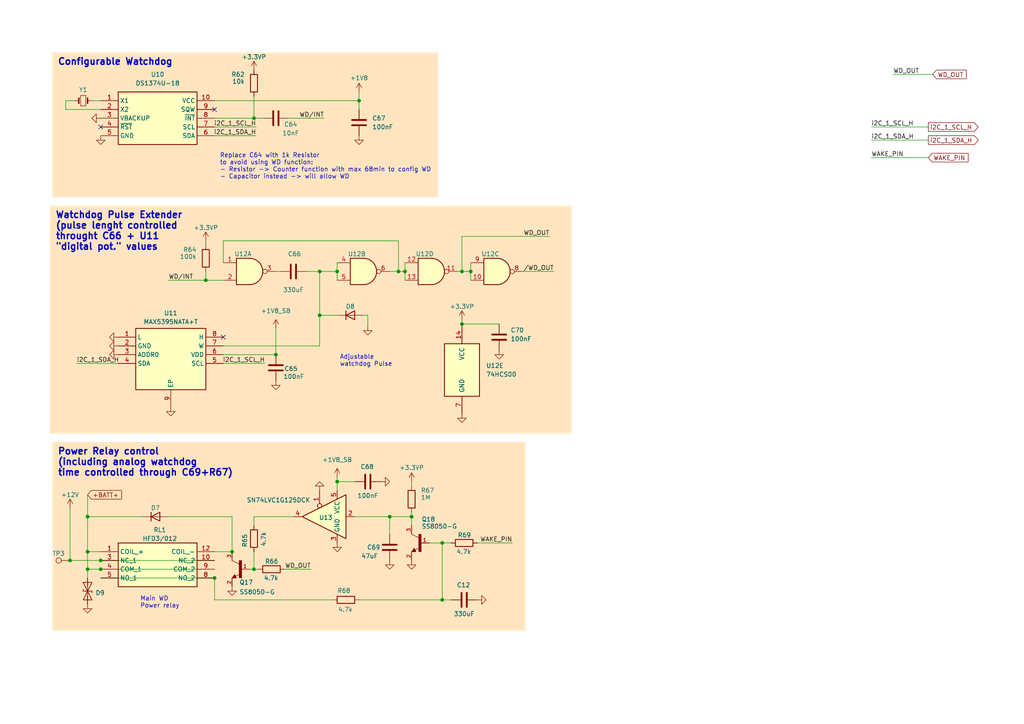
<source format=kicad_sch>
(kicad_sch (version 20231120) (generator "eeschema") (generator_version "8.0")
  (paper "A4")
  (lib_symbols
    (symbol "74xGxx:SN74LVC1G125DCK"
      (property "Reference" "U16" (at 15.24 6.3186 0))
      (property "Value" "SN74LVC1G125DCK" (at 15.24 3.7786 0))
      (symbol "SN74LVC1G125DCK_0_1"
        (polyline (pts (xy -7.62 6.35) (xy -7.62 -6.35) (xy 5.08 0) (xy -7.62 6.35)) (stroke (width 0.254)) (fill (type background)))
      )
      (symbol "SN74LVC1G125DCK_1_1"
        (pin input inverted (at 0 7.62 270) (length 5.08) (name "~") (number "1"))
        (pin input line (at -10.16 0 0) (length 2.54) (name "~") (number "2"))
        (pin power_in line (at -5.08 -7.62 90) (length 2.54) (name "GND") (number "3"))
        (pin tri_state line (at 7.62 0 180) (length 2.54) (name "~") (number "4"))
        (pin power_in line (at -5.08 7.62 270) (length 2.54) (name "VCC") (number "5"))
      )
    )
    (symbol "74xx:74HC00" (pin_names (offset 1.016))
      (property "Reference" "U" (at 0 1.27 0))
      (property "Value" "74HC00" (at 0 -1.27 0))
      (symbol "74HC00_1_1"
        (arc (start 0 -3.81) (mid 3.7934 0) (end 0 3.81) (stroke (width 0.254)) (fill (type background)))
        (polyline (pts (xy 0 3.81) (xy -3.81 3.81) (xy -3.81 -3.81) (xy 0 -3.81)) (stroke (width 0.254)) (fill (type background)))
        (pin input line (at -7.62 2.54 0) (length 3.81) (name "~") (number "1"))
        (pin input line (at -7.62 -2.54 0) (length 3.81) (name "~") (number "2"))
        (pin output inverted (at 7.62 0 180) (length 3.81) (name "~") (number "3"))
      )
      (symbol "74HC00_1_2"
        (arc (start -3.81 -3.81) (mid -2.589 0) (end -3.81 3.81) (stroke (width 0.254)))
        (arc (start -0.6096 -3.81) (mid 2.1842 -2.5851) (end 3.81 0) (stroke (width 0.254)) (fill (type background)))
        (polyline (pts (xy -3.81 -3.81) (xy -0.635 -3.81)) (stroke (width 0.254)) (fill (type background)))
        (polyline (pts (xy -3.81 3.81) (xy -0.635 3.81)) (stroke (width 0.254)) (fill (type background)))
        (polyline (pts (xy -0.635 3.81) (xy -3.81 3.81) (xy -3.81 3.81) (xy -3.556 3.4036) (xy -3.0226 2.2606) (xy -2.6924 1.0414) (xy -2.6162 -0.254) (xy -2.7686 -1.4986) (xy -3.175 -2.7178) (xy -3.81 -3.81) (xy -3.81 -3.81) (xy -0.635 -3.81)) (stroke (width -25.4)) (fill (type background)))
        (arc (start 3.81 0) (mid 2.1915 2.5936) (end -0.6096 3.81) (stroke (width 0.254)) (fill (type background)))
        (pin input inverted (at -7.62 2.54 0) (length 4.318) (name "~") (number "1"))
        (pin input inverted (at -7.62 -2.54 0) (length 4.318) (name "~") (number "2"))
        (pin output line (at 7.62 0 180) (length 3.81) (name "~") (number "3"))
      )
      (symbol "74HC00_2_1"
        (arc (start 0 -3.81) (mid 3.7934 0) (end 0 3.81) (stroke (width 0.254)) (fill (type background)))
        (polyline (pts (xy 0 3.81) (xy -3.81 3.81) (xy -3.81 -3.81) (xy 0 -3.81)) (stroke (width 0.254)) (fill (type background)))
        (pin input line (at -7.62 2.54 0) (length 3.81) (name "~") (number "4"))
        (pin input line (at -7.62 -2.54 0) (length 3.81) (name "~") (number "5"))
        (pin output inverted (at 7.62 0 180) (length 3.81) (name "~") (number "6"))
      )
      (symbol "74HC00_2_2"
        (arc (start -3.81 -3.81) (mid -2.589 0) (end -3.81 3.81) (stroke (width 0.254)))
        (arc (start -0.6096 -3.81) (mid 2.1842 -2.5851) (end 3.81 0) (stroke (width 0.254)) (fill (type background)))
        (polyline (pts (xy -3.81 -3.81) (xy -0.635 -3.81)) (stroke (width 0.254)) (fill (type background)))
        (polyline (pts (xy -3.81 3.81) (xy -0.635 3.81)) (stroke (width 0.254)) (fill (type background)))
        (polyline (pts (xy -0.635 3.81) (xy -3.81 3.81) (xy -3.81 3.81) (xy -3.556 3.4036) (xy -3.0226 2.2606) (xy -2.6924 1.0414) (xy -2.6162 -0.254) (xy -2.7686 -1.4986) (xy -3.175 -2.7178) (xy -3.81 -3.81) (xy -3.81 -3.81) (xy -0.635 -3.81)) (stroke (width -25.4)) (fill (type background)))
        (arc (start 3.81 0) (mid 2.1915 2.5936) (end -0.6096 3.81) (stroke (width 0.254)) (fill (type background)))
        (pin input inverted (at -7.62 2.54 0) (length 4.318) (name "~") (number "4"))
        (pin input inverted (at -7.62 -2.54 0) (length 4.318) (name "~") (number "5"))
        (pin output line (at 7.62 0 180) (length 3.81) (name "~") (number "6"))
      )
      (symbol "74HC00_3_1"
        (arc (start 0 -3.81) (mid 3.7934 0) (end 0 3.81) (stroke (width 0.254)) (fill (type background)))
        (polyline (pts (xy 0 3.81) (xy -3.81 3.81) (xy -3.81 -3.81) (xy 0 -3.81)) (stroke (width 0.254)) (fill (type background)))
        (pin input line (at -7.62 -2.54 0) (length 3.81) (name "~") (number "10"))
        (pin output inverted (at 7.62 0 180) (length 3.81) (name "~") (number "8"))
        (pin input line (at -7.62 2.54 0) (length 3.81) (name "~") (number "9"))
      )
      (symbol "74HC00_3_2"
        (arc (start -3.81 -3.81) (mid -2.589 0) (end -3.81 3.81) (stroke (width 0.254)))
        (arc (start -0.6096 -3.81) (mid 2.1842 -2.5851) (end 3.81 0) (stroke (width 0.254)) (fill (type background)))
        (polyline (pts (xy -3.81 -3.81) (xy -0.635 -3.81)) (stroke (width 0.254)) (fill (type background)))
        (polyline (pts (xy -3.81 3.81) (xy -0.635 3.81)) (stroke (width 0.254)) (fill (type background)))
        (polyline (pts (xy -0.635 3.81) (xy -3.81 3.81) (xy -3.81 3.81) (xy -3.556 3.4036) (xy -3.0226 2.2606) (xy -2.6924 1.0414) (xy -2.6162 -0.254) (xy -2.7686 -1.4986) (xy -3.175 -2.7178) (xy -3.81 -3.81) (xy -3.81 -3.81) (xy -0.635 -3.81)) (stroke (width -25.4)) (fill (type background)))
        (arc (start 3.81 0) (mid 2.1915 2.5936) (end -0.6096 3.81) (stroke (width 0.254)) (fill (type background)))
        (pin input inverted (at -7.62 -2.54 0) (length 4.318) (name "~") (number "10"))
        (pin output line (at 7.62 0 180) (length 3.81) (name "~") (number "8"))
        (pin input inverted (at -7.62 2.54 0) (length 4.318) (name "~") (number "9"))
      )
      (symbol "74HC00_4_1"
        (arc (start 0 -3.81) (mid 3.7934 0) (end 0 3.81) (stroke (width 0.254)) (fill (type background)))
        (polyline (pts (xy 0 3.81) (xy -3.81 3.81) (xy -3.81 -3.81) (xy 0 -3.81)) (stroke (width 0.254)) (fill (type background)))
        (pin output inverted (at 7.62 0 180) (length 3.81) (name "~") (number "11"))
        (pin input line (at -7.62 2.54 0) (length 3.81) (name "~") (number "12"))
        (pin input line (at -7.62 -2.54 0) (length 3.81) (name "~") (number "13"))
      )
      (symbol "74HC00_4_2"
        (arc (start -3.81 -3.81) (mid -2.589 0) (end -3.81 3.81) (stroke (width 0.254)))
        (arc (start -0.6096 -3.81) (mid 2.1842 -2.5851) (end 3.81 0) (stroke (width 0.254)) (fill (type background)))
        (polyline (pts (xy -3.81 -3.81) (xy -0.635 -3.81)) (stroke (width 0.254)) (fill (type background)))
        (polyline (pts (xy -3.81 3.81) (xy -0.635 3.81)) (stroke (width 0.254)) (fill (type background)))
        (polyline (pts (xy -0.635 3.81) (xy -3.81 3.81) (xy -3.81 3.81) (xy -3.556 3.4036) (xy -3.0226 2.2606) (xy -2.6924 1.0414) (xy -2.6162 -0.254) (xy -2.7686 -1.4986) (xy -3.175 -2.7178) (xy -3.81 -3.81) (xy -3.81 -3.81) (xy -0.635 -3.81)) (stroke (width -25.4)) (fill (type background)))
        (arc (start 3.81 0) (mid 2.1915 2.5936) (end -0.6096 3.81) (stroke (width 0.254)) (fill (type background)))
        (pin output line (at 7.62 0 180) (length 3.81) (name "~") (number "11"))
        (pin input inverted (at -7.62 2.54 0) (length 4.318) (name "~") (number "12"))
        (pin input inverted (at -7.62 -2.54 0) (length 4.318) (name "~") (number "13"))
      )
      (symbol "74HC00_5_0"
        (pin power_in line (at 0 12.7 270) (length 5.08) (name "VCC") (number "14"))
        (pin power_in line (at 0 -12.7 90) (length 5.08) (name "GND") (number "7"))
      )
      (symbol "74HC00_5_1"
        (rectangle (start -5.08 7.62) (end 5.08 -7.62) (stroke (width 0.254)) (fill (type background)))
      )
    )
    (symbol "Connector:TestPoint" (pin_numbers hide) (pin_names (offset 0.762) hide)
      (property "Reference" "TP" (at 0 6.858 0))
      (property "Value" "TestPoint" (at 0 5.08 0))
      (symbol "TestPoint_0_1"
        (circle (center 0 3.302) (radius 0.762))
      )
      (symbol "TestPoint_1_1"
        (pin passive line (at 0 0 90) (length 2.54) (name "1") (number "1"))
      )
    )
    (symbol "DS1374U:DS1374U-3+"
      (property "Reference" "IC" (at 29.21 7.62 0))
      (property "Value" "DS1374U-3+" (at 29.21 5.08 0))
      (symbol "DS1374U-3+_1_1"
        (rectangle (start 5.08 2.54) (end 27.94 -12.7) (stroke (width 0.254)) (fill (type background)))
        (pin passive line (at 0 0 0) (length 5.08) (name "X1") (number "1"))
        (pin passive line (at 33.02 0 180) (length 5.08) (name "VCC") (number "10"))
        (pin passive line (at 0 -2.54 0) (length 5.08) (name "X2") (number "2"))
        (pin passive line (at 0 -5.08 0) (length 5.08) (name "VBACKUP") (number "3"))
        (pin passive line (at 0 -7.62 0) (length 5.08) (name "~{RST}") (number "4"))
        (pin passive line (at 0 -10.16 0) (length 5.08) (name "GND") (number "5"))
        (pin passive line (at 33.02 -10.16 180) (length 5.08) (name "SDA") (number "6"))
        (pin passive line (at 33.02 -7.62 180) (length 5.08) (name "SCL") (number "7"))
        (pin passive line (at 33.02 -5.08 180) (length 5.08) (name "~{INT}") (number "8"))
        (pin passive line (at 33.02 -2.54 180) (length 5.08) (name "SQW") (number "9"))
      )
    )
    (symbol "Device:C" (pin_numbers hide) (pin_names (offset 0.254))
      (property "Reference" "C" (at 0.635 2.54 0))
      (property "Value" "C" (at 0.635 -2.54 0))
      (symbol "C_0_1"
        (polyline (pts (xy -2.032 -0.762) (xy 2.032 -0.762)) (stroke (width 0.508)))
        (polyline (pts (xy -2.032 0.762) (xy 2.032 0.762)) (stroke (width 0.508)))
      )
      (symbol "C_1_1"
        (pin passive line (at 0 3.81 270) (length 2.794) (name "~") (number "1"))
        (pin passive line (at 0 -3.81 90) (length 2.794) (name "~") (number "2"))
      )
    )
    (symbol "Device:Crystal_Small" (pin_numbers hide) (pin_names (offset 1.016) hide)
      (property "Reference" "Y" (at 0 2.54 0))
      (property "Value" "Crystal_Small" (at 0 -2.54 0))
      (symbol "Crystal_Small_0_1"
        (rectangle (start -0.762 -1.524) (end 0.762 1.524))
        (polyline (pts (xy -1.27 -0.762) (xy -1.27 0.762)) (stroke (width 0.381)))
        (polyline (pts (xy 1.27 -0.762) (xy 1.27 0.762)) (stroke (width 0.381)))
      )
      (symbol "Crystal_Small_1_1"
        (pin passive line (at -2.54 0 0) (length 1.27) (name "1") (number "1"))
        (pin passive line (at 2.54 0 180) (length 1.27) (name "2") (number "2"))
      )
    )
    (symbol "Device:D" (pin_numbers hide) (pin_names (offset 1.016) hide)
      (property "Reference" "D" (at 0 2.54 0))
      (property "Value" "D" (at 0 -2.54 0))
      (symbol "D_0_1"
        (polyline (pts (xy -1.27 1.27) (xy -1.27 -1.27)) (stroke (width 0.254)))
        (polyline (pts (xy 1.27 0) (xy -1.27 0)))
        (polyline (pts (xy 1.27 1.27) (xy 1.27 -1.27) (xy -1.27 0) (xy 1.27 1.27)) (stroke (width 0.254)))
      )
      (symbol "D_1_1"
        (pin passive line (at -3.81 0 0) (length 2.54) (name "K") (number "1"))
        (pin passive line (at 3.81 0 180) (length 2.54) (name "A") (number "2"))
      )
    )
    (symbol "Device:R" (pin_numbers hide) (pin_names (offset 0))
      (property "Reference" "R" (at 2.032 0 90))
      (property "Value" "R" (at 0 0 90))
      (symbol "R_0_1"
        (rectangle (start -1.016 -2.54) (end 1.016 2.54) (stroke (width 0.254)))
      )
      (symbol "R_1_1"
        (pin passive line (at 0 3.81 270) (length 1.27) (name "~") (number "1"))
        (pin passive line (at 0 -3.81 90) (length 1.27) (name "~") (number "2"))
      )
    )
    (symbol "Diode:SMAJ28CA" (pin_numbers hide) (pin_names (offset 1.016) hide)
      (property "Reference" "D" (at 0 2.54 0))
      (property "Value" "SMAJ28CA" (at 0 -2.54 0))
      (symbol "SMAJ28CA_0_1"
        (polyline (pts (xy 1.27 0) (xy -1.27 0)))
        (polyline (pts (xy -2.54 -1.27) (xy 0 0) (xy -2.54 1.27) (xy -2.54 -1.27)) (stroke (width 0.2032)))
        (polyline (pts (xy 0.508 1.27) (xy 0 1.27) (xy 0 -1.27) (xy -0.508 -1.27)) (stroke (width 0.2032)))
        (polyline (pts (xy 2.54 1.27) (xy 2.54 -1.27) (xy 0 0) (xy 2.54 1.27)) (stroke (width 0.2032)))
      )
      (symbol "SMAJ28CA_1_1"
        (pin passive line (at -3.81 0 0) (length 2.54) (name "A1") (number "1"))
        (pin passive line (at 3.81 0 180) (length 2.54) (name "A2") (number "2"))
      )
    )
    (symbol "MAX5395:MAX5395NATA+T"
      (property "Reference" "IC" (at 26.67 7.62 0))
      (property "Value" "MAX5395NATA+T" (at 26.67 5.08 0))
      (symbol "MAX5395NATA+T_1_1"
        (rectangle (start 5.08 2.54) (end 25.4 -15.24) (stroke (width 0.254)) (fill (type background)))
        (pin passive line (at 0 0 0) (length 5.08) (name "L") (number "1"))
        (pin passive line (at 0 -2.54 0) (length 5.08) (name "GND") (number "2"))
        (pin passive line (at 0 -5.08 0) (length 5.08) (name "ADDR0") (number "3"))
        (pin passive line (at 0 -7.62 0) (length 5.08) (name "SDA") (number "4"))
        (pin passive line (at 30.48 -7.62 180) (length 5.08) (name "SCL") (number "5"))
        (pin passive line (at 30.48 -5.08 180) (length 5.08) (name "VDD") (number "6"))
        (pin passive line (at 30.48 -2.54 180) (length 5.08) (name "W") (number "7"))
        (pin passive line (at 30.48 0 180) (length 5.08) (name "H") (number "8"))
        (pin passive line (at 15.24 -20.32 90) (length 5.08) (name "EP") (number "9"))
      )
    )
    (symbol "SS8050-G:SS8050-G" (pin_names (offset 1.016))
      (property "Reference" "Q" (at -10.16 7.62 0))
      (property "Value" "SS8050-G" (at -10.16 -7.62 0))
      (symbol "SS8050-G_0_0"
        (rectangle (start -0.254 -2.54) (end 0.508 2.54) (stroke (width 0.1)) (fill (type outline)))
        (polyline (pts (xy 1.27 -2.54) (xy 1.778 -1.524)) (stroke (width 0.1524)))
        (polyline (pts (xy 1.524 -2.413) (xy 2.286 -2.413)) (stroke (width 0.254)))
        (polyline (pts (xy 1.524 -2.286) (xy 1.905 -2.286)) (stroke (width 0.254)))
        (polyline (pts (xy 1.54 -2.04) (xy 0.308 -1.424)) (stroke (width 0.1524)))
        (polyline (pts (xy 1.778 -1.778) (xy 1.524 -2.286)) (stroke (width 0.254)))
        (polyline (pts (xy 1.778 -1.524) (xy 2.54 -2.54)) (stroke (width 0.1524)))
        (polyline (pts (xy 1.905 -2.286) (xy 1.778 -2.032)) (stroke (width 0.254)))
        (polyline (pts (xy 2.286 -2.413) (xy 1.778 -1.778)) (stroke (width 0.254)))
        (polyline (pts (xy 2.54 -2.54) (xy 1.27 -2.54)) (stroke (width 0.1524)))
        (polyline (pts (xy 2.54 2.54) (xy 0.508 1.524)) (stroke (width 0.1524)))
        (pin passive line (at -2.54 0 0) (length 2.54) (name "~") (number "1"))
        (pin passive line (at 2.54 -5.08 90) (length 2.54) (name "~") (number "2"))
        (pin passive line (at 2.54 5.08 270) (length 2.54) (name "~") (number "3"))
      )
    )
    (symbol "TX2SA-12V:TX2SA-12V"
      (property "Value" "TX2SA-12V" (at 0 0 0))
      (property "Reference_1" "K" (at 29.21 7.62 0))
      (property "Value_1" "TX2SA-12V" (at 29.21 5.08 0))
      (symbol "TX2SA-12V_1_1"
        (rectangle (start 5.08 2.54) (end 27.94 -10.16) (stroke (width 0.254)) (fill (type background)))
        (pin passive line (at 0 0 0) (length 5.08) (name "COIL_+") (number "1"))
        (pin passive line (at 33.02 -2.54 180) (length 5.08) (name "NC_2") (number "10"))
        (pin passive line (at 33.02 0 180) (length 5.08) (name "COIL_-") (number "12"))
        (pin passive line (at 0 -2.54 0) (length 5.08) (name "NC_1") (number "3"))
        (pin passive line (at 0 -5.08 0) (length 5.08) (name "COM_1") (number "4"))
        (pin passive line (at 0 -7.62 0) (length 5.08) (name "NO_1") (number "5"))
        (pin passive line (at 33.02 -7.62 180) (length 5.08) (name "NO_2") (number "8"))
        (pin passive line (at 33.02 -5.08 180) (length 5.08) (name "COM_2") (number "9"))
      )
    )
    (symbol "power:+12V" (power) (pin_names (offset 0))
      (property "Value" "+12V" (at 0 3.556 0))
      (symbol "+12V_0_1"
        (polyline (pts (xy -0.762 1.27) (xy 0 2.54)))
        (polyline (pts (xy 0 0) (xy 0 2.54)))
        (polyline (pts (xy 0 2.54) (xy 0.762 1.27)))
      )
      (symbol "+12V_1_1"
        (pin power_in line (at 0 0 90) (length 0) hide (name "+12V") (number "1"))
      )
    )
    (symbol "power:+1V5" (power) (pin_numbers hide) (pin_names (offset 0) hide)
      (property "Value" "+1V5" (at 0 3.556 0))
      (symbol "+1V5_0_1"
        (polyline (pts (xy -0.762 1.27) (xy 0 2.54)))
        (polyline (pts (xy 0 0) (xy 0 2.54)))
        (polyline (pts (xy 0 2.54) (xy 0.762 1.27)))
      )
      (symbol "+1V5_1_1"
        (pin power_in line (at 0 0 90) (length 0) (name "~") (number "1"))
      )
    )
    (symbol "power:+1V8" (power) (pin_names (offset 0))
      (property "Value" "+1V8" (at 0 3.556 0))
      (symbol "+1V8_0_1"
        (polyline (pts (xy -0.762 1.27) (xy 0 2.54)))
        (polyline (pts (xy 0 0) (xy 0 2.54)))
        (polyline (pts (xy 0 2.54) (xy 0.762 1.27)))
      )
      (symbol "+1V8_1_1"
        (pin power_in line (at 0 0 90) (length 0) hide (name "+1V8") (number "1"))
      )
    )
    (symbol "power:+3.3VP" (power) (pin_names (offset 0))
      (property "Value" "+3.3VP" (at 0 2.54 0))
      (symbol "+3.3VP_0_0"
        (pin power_in line (at 0 0 90) (length 0) hide (name "+3.3VP") (number "1"))
      )
      (symbol "+3.3VP_0_1"
        (polyline (pts (xy -0.762 1.27) (xy 0 2.54)))
        (polyline (pts (xy 0 0) (xy 0 2.54)))
        (polyline (pts (xy 0 2.54) (xy 0.762 1.27)))
      )
    )
    (symbol "power:GND" (power) (pin_names (offset 0))
      (property "Value" "GND" (at 0 -3.81 0))
      (symbol "GND_0_1"
        (polyline (pts (xy 0 0) (xy 0 -1.27) (xy 1.27 -1.27) (xy 0 -2.54) (xy -1.27 -1.27) (xy 0 -1.27)))
      )
      (symbol "GND_1_1"
        (pin power_in line (at 0 0 270) (length 0) hide (name "GND") (number "1"))
      )
    )
  )
  (junction (at 25.4 165.1))
  (junction (at 25.4 149.86))
  (junction (at 128.27 173.99))
  (junction (at 136.525 78.74))
  (junction (at 117.475 78.74))
  (junction (at 29.21 162.56))
  (junction (at 92.71 78.74))
  (junction (at 115.57 78.74))
  (junction (at 97.79 78.74))
  (junction (at 29.21 165.1))
  (junction (at 133.985 93.98))
  (junction (at 113.03 149.86))
  (junction (at 62.23 167.64))
  (junction (at 128.27 157.48))
  (junction (at 73.66 34.29))
  (junction (at 119.38 149.86))
  (junction (at 97.79 139.7))
  (junction (at 20.32 162.56))
  (junction (at 25.4 160.02))
  (junction (at 133.985 78.74))
  (junction (at 104.14 29.21))
  (junction (at 59.69 81.28))
  (junction (at 92.71 91.44))
  (junction (at 67.31 160.02))
  (junction (at 80.01 102.87))
  (junction (at 73.66 165.1))
  (no_connect (at 29.21 36.83))
  (no_connect (at 62.23 31.75))
  (no_connect (at 64.77 97.79))
  (wire (pts (xy 73.66 165.1) (xy 72.39 165.1)))
  (wire (pts (xy 59.69 81.28) (xy 64.77 81.28)))
  (wire (pts (xy 115.57 69.85) (xy 64.77 69.85)))
  (wire (pts (xy 117.475 76.2) (xy 117.475 78.74)))
  (wire (pts (xy 67.31 149.86) (xy 67.31 160.02)))
  (wire (pts (xy 97.79 138.43) (xy 97.79 139.7)))
  (wire (pts (xy 92.71 78.74) (xy 97.79 78.74)))
  (wire (pts (xy 62.23 160.02) (xy 67.31 160.02)))
  (wire (pts (xy 73.66 34.29) (xy 76.2 34.29)))
  (wire (pts (xy 151.765 78.74) (xy 160.655 78.74)))
  (wire (pts (xy 104.14 26.67) (xy 104.14 29.21)))
  (wire (pts (xy 25.4 160.02) (xy 25.4 165.1)))
  (wire (pts (xy 73.66 160.02) (xy 73.66 165.1)))
  (wire (pts (xy 105.41 91.44) (xy 106.68 91.44)))
  (wire (pts (xy 133.985 93.98) (xy 133.985 94.615)))
  (wire (pts (xy 62.23 29.21) (xy 104.14 29.21)))
  (wire (pts (xy 74.93 165.1) (xy 73.66 165.1)))
  (wire (pts (xy 104.14 173.99) (xy 128.27 173.99)))
  (wire (pts (xy 138.43 157.48) (xy 148.59 157.48)))
  (wire (pts (xy 20.32 147.32) (xy 20.32 162.56)))
  (wire (pts (xy 124.46 157.48) (xy 128.27 157.48)))
  (wire (pts (xy 128.27 157.48) (xy 128.27 173.99)))
  (wire (pts (xy 73.66 149.86) (xy 85.09 149.86)))
  (wire (pts (xy 104.14 29.21) (xy 104.14 31.75)))
  (wire (pts (xy 136.525 76.2) (xy 136.525 78.74)))
  (wire (pts (xy 269.24 45.72) (xy 252.73 45.72)))
  (wire (pts (xy 136.525 78.74) (xy 133.985 78.74)))
  (wire (pts (xy 92.71 78.74) (xy 92.71 91.44)))
  (wire (pts (xy 133.985 78.74) (xy 132.715 78.74)))
  (wire (pts (xy 252.73 36.83) (xy 269.24 36.83)))
  (wire (pts (xy 115.57 78.74) (xy 117.475 78.74)))
  (wire (pts (xy 64.77 102.87) (xy 80.01 102.87)))
  (wire (pts (xy 73.66 27.94) (xy 73.66 34.29)))
  (wire (pts (xy 119.38 149.86) (xy 119.38 152.4)))
  (wire (pts (xy 26.67 29.21) (xy 29.21 29.21)))
  (wire (pts (xy 92.71 91.44) (xy 92.71 100.33)))
  (wire (pts (xy 102.87 149.86) (xy 113.03 149.86)))
  (wire (pts (xy 82.55 165.1) (xy 90.17 165.1)))
  (wire (pts (xy 136.525 78.74) (xy 136.525 81.28)))
  (wire (pts (xy 19.05 29.21) (xy 21.59 29.21)))
  (wire (pts (xy 119.38 148.59) (xy 119.38 149.86)))
  (wire (pts (xy 34.29 105.41) (xy 22.225 105.41)))
  (wire (pts (xy 73.66 149.86) (xy 73.66 152.4)))
  (wire (pts (xy 117.475 78.74) (xy 117.475 81.28)))
  (wire (pts (xy 25.4 149.86) (xy 25.4 160.02)))
  (wire (pts (xy 128.27 157.48) (xy 130.81 157.48)))
  (wire (pts (xy 29.21 165.1) (xy 62.23 165.1)))
  (wire (pts (xy 25.4 165.1) (xy 25.4 167.64)))
  (wire (pts (xy 62.23 34.29) (xy 73.66 34.29)))
  (wire (pts (xy 119.38 149.86) (xy 113.03 149.86)))
  (wire (pts (xy 29.21 165.1) (xy 25.4 165.1)))
  (wire (pts (xy 80.01 78.74) (xy 81.28 78.74)))
  (wire (pts (xy 270.51 21.59) (xy 259.08 21.59)))
  (wire (pts (xy 64.77 69.85) (xy 64.77 76.2)))
  (wire (pts (xy 119.38 139.7) (xy 119.38 140.97)))
  (wire (pts (xy 97.79 139.7) (xy 102.87 139.7)))
  (wire (pts (xy 92.71 91.44) (xy 97.79 91.44)))
  (wire (pts (xy 106.68 91.44) (xy 106.68 94.615)))
  (wire (pts (xy 97.79 78.74) (xy 97.79 76.2)))
  (wire (pts (xy 48.895 81.28) (xy 59.69 81.28)))
  (wire (pts (xy 97.79 139.7) (xy 97.79 142.24)))
  (wire (pts (xy 25.4 160.02) (xy 29.21 160.02)))
  (wire (pts (xy 29.21 162.56) (xy 62.23 162.56)))
  (wire (pts (xy 133.985 68.58) (xy 133.985 78.74)))
  (wire (pts (xy 113.03 149.86) (xy 113.03 154.94)))
  (wire (pts (xy 29.21 167.64) (xy 62.23 167.64)))
  (wire (pts (xy 59.69 71.12) (xy 59.69 69.85)))
  (wire (pts (xy 64.77 105.41) (xy 76.835 105.41)))
  (wire (pts (xy 128.27 173.99) (xy 130.81 173.99)))
  (wire (pts (xy 48.895 149.86) (xy 67.31 149.86)))
  (wire (pts (xy 83.82 34.29) (xy 93.98 34.29)))
  (wire (pts (xy 144.78 93.98) (xy 133.985 93.98)))
  (wire (pts (xy 64.77 100.33) (xy 92.71 100.33)))
  (wire (pts (xy 19.05 29.21) (xy 19.05 31.75)))
  (wire (pts (xy 25.4 143.51) (xy 25.4 149.86)))
  (wire (pts (xy 62.23 167.64) (xy 62.23 173.99)))
  (wire (pts (xy 62.23 173.99) (xy 96.52 173.99)))
  (wire (pts (xy 62.23 39.37) (xy 74.295 39.37)))
  (wire (pts (xy 19.05 31.75) (xy 29.21 31.75)))
  (wire (pts (xy 115.57 78.74) (xy 115.57 69.85)))
  (wire (pts (xy 20.32 162.56) (xy 29.21 162.56)))
  (wire (pts (xy 62.23 36.83) (xy 74.295 36.83)))
  (wire (pts (xy 97.79 78.74) (xy 97.79 81.28)))
  (wire (pts (xy 25.4 149.86) (xy 41.275 149.86)))
  (wire (pts (xy 252.73 40.64) (xy 269.24 40.64)))
  (wire (pts (xy 113.03 78.74) (xy 115.57 78.74)))
  (wire (pts (xy 80.01 95.25) (xy 80.01 102.87)))
  (wire (pts (xy 133.985 92.71) (xy 133.985 93.98)))
  (wire (pts (xy 159.385 68.58) (xy 133.985 68.58)))
  (wire (pts (xy 59.69 78.74) (xy 59.69 81.28)))
  (wire (pts (xy 88.9 78.74) (xy 92.71 78.74)))
  (text_box "Watchdog Pulse Extender\n(pulse lenght controlled\nthrought C66 + U11\n\"digital pot.\" values" (at 14.605 59.69 0) (size 151.13 66.04) (stroke (width 0) (color 255 229 191 1)) (fill (type color) (color 255 229 191 1)) (effects (font (size 1.905 1.905) (thickness 0.381) (bold yes)) (justify left top)))
  (text_box "Power Relay control\n(including analog watchdog\ntime controlled through C69+R67)" (at 15.24 128.27 0) (size 137.16 54.61) (stroke (width 0) (color 255 229 191 1)) (fill (type color) (color 255 229 191 1)) (effects (font (size 1.905 1.905) (thickness 0.381) (bold yes)) (justify left top)))
  (text_box "Configurable Watchdog" (at 15.24 15.24 0) (size 111.76 41.91) (stroke (width 0) (color 255 229 191 1)) (fill (type color) (color 255 229 191 1)) (effects (font (size 1.905 1.905) (thickness 0.381) (bold yes)) (justify left top)))
  (text "Main WD\nPower relay" (at 40.64 176.53 0) (effects (font (size 1.27 1.27)) (justify left bottom)))
  (text "Adjustable\nwatchdog Pulse" (at 98.552 106.426 0) (effects (font (size 1.27 1.27)) (justify left bottom)))
  (text "Replace C64 with 1k Resistor\nto avoid using WD function:\n- Resistor -> Counter function with max 68min to config WD\n- Capacitor instead -> will allow WD" (at 63.754 48.26 0) (effects (font (size 1.27 1.27)) (justify left)))
  (label "i2C_1_SCL_H" (at 252.73 36.83 0))
  (label "{slash}WD_OUT" (at 160.655 78.74 180))
  (label "WD_OUT" (at 259.08 21.59 0))
  (label "WAKE_PIN" (at 148.59 157.48 180))
  (label "i2C_1_SDA_H" (at 74.295 39.37 180))
  (label "WD{slash}INT" (at 93.98 34.29 180))
  (label "WD_OUT" (at 159.385 68.58 180))
  (label "WD_OUT" (at 90.17 165.1 180))
  (label "i2C_1_SDA_H" (at 252.73 40.64 0))
  (label "WAKE_PIN" (at 252.73 45.72 0))
  (label "i2C_1_SCL_H" (at 74.295 36.83 180))
  (label "WD{slash}INT" (at 48.895 81.28 0))
  (label "i2C_1_SCL_H" (at 76.835 105.41 180))
  (label "i2C_1_SDA_H" (at 22.225 105.41 0))
  (global_label "WAKE_PIN" (shape input) (at 269.24 45.72 0) (property "Intersheetrefs" "${INTERSHEET_REFS}" (effects (hide yes))))
  (global_label "WD_OUT" (shape input) (at 270.51 21.59 0) (property "Intersheetrefs" "${INTERSHEET_REFS}" (effects (hide yes))))
  (global_label "+BATT+" (shape input) (at 25.4 143.51 0) (property "Intersheetrefs" "${INTERSHEET_REFS}" (effects (hide yes))))
  (global_label "i2C_1_SCL_H" (shape output) (at 269.24 36.83 0) (property "Intersheetrefs" "${INTERSHEET_REFS}" (effects (hide yes))))
  (global_label "i2C_1_SDA_H" (shape output) (at 269.24 40.64 0) (property "Intersheetrefs" "${INTERSHEET_REFS}" (effects (hide yes))))
  (symbol (lib_id "Diode:SMAJ28CA") (at 25.4 171.45 90) (unit 1)
    (property "Reference" "D9" (at 27.686 171.958 90) (effects (justify right)))
    (property "Value" "SMAJ14CA" (effects (hide yes)))
    (property "Footprint" "Diode_SMD:D_SMA" (effects (hide yes)))
  )
  (symbol (lib_id "Device:C") (at 134.62 173.99 90) (unit 1)
    (property "Reference" "C12" (at 136.398 169.672 90) (effects (justify left)))
    (property "Value" "330uF" (at 137.668 178.054 90) (effects (justify left)))
    (property "Footprint" "Capacitor_SMD:C_1210_3225Metric" (effects (hide yes)))
  )
  (symbol (lib_id "Device:R") (at 119.38 144.78 0) (mirror x) (unit 1)
    (property "Reference" "R67" (at 122.047 142.24 0) (effects (justify left)))
    (property "Value" "1M" (at 122.047 144.272 0) (effects (justify left)))
    (property "Footprint" "Resistor_SMD:R_0603_1608Metric" (effects (hide yes)))
    (instances (project "" (path "" (reference "R67") (unit 1))) (project "dahlia_adapter" (path "" (reference "R?") (unit 1))))
  )
  (symbol (lib_id "SS8050-G:SS8050-G") (at 69.85 165.1 0) (mirror y) (unit 1)
    (property "Reference" "Q17" (at 73.406 168.91 0) (effects (justify left)))
    (property "Value" "SS8050-G" (at 79.756 171.704 0) (effects (justify left)))
    (property "Footprint" "libs:TRANS_SS8050-G" (effects (hide yes)))
    (property "Description" "\nBipolar (BJT) Transistor NPN 25 V 1.5 A 100MHz 300 mW Surface Mount SOT-23-3\n" (effects (hide yes)))
    (property "MF" "Comchip Technology" (effects (hide yes)))
    (property "MAXIMUM_PACKAGE_HEIGHT" "1.05 mm" (effects (hide yes)))
    (property "Package" "TO-236 Comchip" (effects (hide yes)))
    (property "Price" "None" (effects (hide yes)))
    (property "Check_prices" "https://www.snapeda.com/parts/SS8050-G/Comchip+Technology/view-part/?ref=eda" (effects (hide yes)))
    (property "STANDARD" "Manufacturer Recommendations" (effects (hide yes)))
    (property "PARTREV" "A" (effects (hide yes)))
    (property "SnapEDA_Link" "https://www.snapeda.com/parts/SS8050-G/Comchip+Technology/view-part/?ref=snap" (effects (hide yes)))
    (property "MP" "SS8050-G" (effects (hide yes)))
    (property "Purchase-URL" "https://www.snapeda.com/api/url_track_click_mouser/?unipart_id=809142&manufacturer=Comchip Technology&part_name=SS8050-G&search_term=ss8050-g" (effects (hide yes)))
    (property "Availability" "In Stock" (effects (hide yes)))
    (property "MANUFACTURER" "Comchip" (effects (hide yes)))
    (instances (project "" (path "" (reference "Q17") (unit 1))) (project "dahlia_adapter" (path "" (reference "Q?") (unit 1))))
  )
  (symbol (lib_id "power:GND") (at 80.01 110.49 0) (mirror y) (unit 1)
    (property "Reference" "#PWR0169" (effects (hide yes)))
    (property "Value" "GND" (effects (hide yes)))
    (instances (project "" (path "" (reference "#PWR0169") (unit 1))) (project "dahlia_adapter" (path "" (reference "#PWR?") (unit 1))))
  )
  (symbol (lib_id "TX2SA-12V:TX2SA-12V") (at 29.21 160.02 0) (unit 1)
    (property "Reference" "RL1" (at 46.355 153.67 0))
    (property "Value" "HFD3/012" (at 46.355 156.21 0))
    (property "Footprint" "libs:TX2SA12V" (effects (hide yes)))
    (property "Datasheet" "https://docs.rs-online.com/24fa/0900766b81663c55.pdf" (effects (hide yes)))
    (property "Reference_1" "K" (effects (hide yes)))
    (property "Value_1" "TX2SA-12V" (effects (hide yes)))
    (property "Footprint_1" "TX2SA12V" (effects (hide yes)))
    (property "Datasheet_1" "http://www.mouser.com/datasheet/2/315/mech_eng_tx-1075670.pdf" (effects (hide yes)))
    (property "Height" "8.2" (effects (hide yes)))
    (property "Manufacturer_Name" "Panasonic" (effects (hide yes)))
    (property "Manufacturer_Part_Number" "TX2SA-12V" (effects (hide yes)))
    (property "Mouser Part Number" "769-TX2SA-12V" (effects (hide yes)))
    (property "Mouser Price/Stock" "https://www.mouser.co.uk/ProductDetail/Panasonic-Industrial-Devices/TX2SA-12V?qs=HLLy2pIPwuuBcCVwky7PWw%3D%3D" (effects (hide yes)))
    (property "Arrow Part Number" "TX2SA-12V" (effects (hide yes)))
    (property "Arrow Price/Stock" "https://www.arrow.com/en/products/tx2sa-12v/panasonic?region=nac" (effects (hide yes)))
    (instances (project "" (path "" (reference "RL1") (unit 1))) (project "dahlia_adapter" (path "" (reference "RL?") (unit 1))))
  )
  (symbol (lib_id "power:GND") (at 113.03 162.56 0) (unit 1)
    (property "Reference" "#PWR0177" (effects (hide yes)))
    (property "Value" "GND" (effects (hide yes)))
    (instances (project "" (path "" (reference "#PWR0177") (unit 1))) (project "dahlia_adapter" (path "" (reference "#PWR?") (unit 1))))
  )
  (symbol (lib_id "power:+1V5") (at 97.79 138.43 0) (unit 1)
    (property "Reference" "#PWR0171" (effects (hide yes)))
    (property "Value" "+1V8_SB" (at 97.79 133.35 0))
    (property "Description" "Power symbol creates a global label with name \"+1V5\"" (effects (hide yes)))
  )
  (symbol (lib_id "Device:R") (at 100.33 173.99 270) (mirror x) (unit 1)
    (property "Reference" "R68" (at 97.79 171.323 90) (effects (justify left)))
    (property "Value" "4.7k" (at 98.044 176.784 90) (effects (justify left)))
    (property "Footprint" "Resistor_SMD:R_0603_1608Metric" (effects (hide yes)))
  )
  (symbol (lib_id "74xGxx:SN74LVC1G125DCK") (at 92.71 149.86 0) (mirror y) (unit 1)
    (property "Reference" "U13" (at 94.488 150.114 0))
    (property "Value" "SN74LVC1G125DCK" (at 80.772 145.034 0))
    (property "Footprint" "Package_TO_SOT_SMD:Texas_R-PDSO-G5_DCK-5" (effects (hide yes)))
    (property "Datasheet" "http://www.ti.com/lit/ds/symlink/sn74lvc1g125.pdf" (effects (hide yes)))
    (property "Description" "Single Buffer Gate Tri-State, Low-Voltage CMOS, SOT-353" (effects (hide yes)))
    (instances (project "" (path "" (reference "U13") (unit 1))) (project "dahlia_adapter" (path "" (reference "U?") (unit 1))))
  )
  (symbol (lib_id "power:+12V") (at 20.32 147.32 0) (unit 1)
    (property "Reference" "#PWR0159" (effects (hide yes)))
    (property "Value" "+12V" (at 20.32 143.51 0))
    (instances (project "" (path "" (reference "#PWR0159") (unit 1))) (project "dahlia_adapter" (path "" (reference "#PWR?") (unit 1))))
  )
  (symbol (lib_id "power:GND") (at 49.53 118.11 0) (mirror y) (unit 1)
    (property "Reference" "#PWR0165" (effects (hide yes)))
    (property "Value" "GND" (effects (hide yes)))
    (instances (project "" (path "" (reference "#PWR0165") (unit 1))) (project "dahlia_adapter" (path "" (reference "#PWR?") (unit 1))))
  )
  (symbol (lib_id "DS1374U:DS1374U-3+") (at 29.21 29.21 0) (unit 1)
    (property "Reference" "U10" (at 45.72 21.59 0))
    (property "Value" "DS1374U-18" (at 45.72 24.13 0))
    (property "Footprint" "libs:SOP50P490X110-10N" (effects (hide yes)))
    (property "Datasheet" "http://www.mouser.com/ds/2/256/DS1374-DS1374U-95046.pdf" (effects (hide yes)))
    (property "Description" "MAXIM INTEGRATED PRODUCTS - DS1374U-3+ - BINARY COUNTER, 32BIT, USOP-10" (effects (hide yes)))
    (property "Height" "1.1" (effects (hide yes)))
    (property "Manufacturer_Name" "Analog Devices" (effects (hide yes)))
    (property "Manufacturer_Part_Number" "DS1374U-3+" (effects (hide yes)))
    (property "Mouser Part Number" "700-DS1374U-3" (effects (hide yes)))
    (property "Mouser Price/Stock" "https://www.mouser.co.uk/ProductDetail/Maxim-Integrated/DS1374U-3%2b?qs=1eQvB6Dk1vglQ09XibD4nw%3D%3D" (effects (hide yes)))
    (instances (project "" (path "" (reference "U10") (unit 1))) (project "dahlia_adapter" (path "" (reference "U?") (unit 1))))
  )
  (symbol (lib_id "Device:R") (at 78.74 165.1 90) (unit 1)
    (property "Reference" "R66" (at 80.772 162.814 90) (effects (justify left)))
    (property "Value" "4.7k" (at 80.772 167.64 90) (effects (justify left)))
    (property "Footprint" "Resistor_SMD:R_0603_1608Metric" (effects (hide yes)))
    (instances (project "" (path "" (reference "R66") (unit 1))) (project "dahlia_adapter" (path "" (reference "R?") (unit 1))))
  )
  (symbol (lib_id "power:GND") (at 97.79 157.48 0) (mirror y) (unit 1)
    (property "Reference" "#PWR0172" (effects (hide yes)))
    (property "Value" "GND" (effects (hide yes)))
    (instances (project "" (path "" (reference "#PWR0172") (unit 1))) (project "dahlia_adapter" (path "" (reference "#PWR?") (unit 1))))
  )
  (symbol (lib_id "74xx:74HC00") (at 144.145 78.74 0) (unit 3)
    (property "Reference" "U12" (at 142.24 73.66 0))
    (property "Value" "74HCS00" (effects (hide yes)))
    (property "Footprint" "Package_SO:TSSOP-14_4.4x5mm_P0.65mm" (effects (hide yes)))
    (property "Datasheet" "http://www.ti.com/lit/gpn/sn74hc00" (effects (hide yes)))
    (instances (project "" (path "" (reference "U12") (unit 3))) (project "dahlia_adapter" (path "" (reference "U?") (unit 3))))
  )
  (symbol (lib_id "Device:R") (at 59.69 74.93 180) (unit 1)
    (property "Reference" "R64" (at 57.023 72.39 0) (effects (justify left)))
    (property "Value" "100k" (at 57.023 74.422 0) (effects (justify left)))
    (property "Footprint" "Resistor_SMD:R_0603_1608Metric" (effects (hide yes)))
    (instances (project "" (path "" (reference "R64") (unit 1))) (project "dahlia_adapter" (path "" (reference "R?") (unit 1))))
  )
  (symbol (lib_id "Device:C") (at 85.09 78.74 90) (unit 1)
    (property "Reference" "C66" (at 87.376 73.66 90) (effects (justify left)))
    (property "Value" "330uF" (at 88.138 84.074 90) (effects (justify left)))
    (property "Footprint" "Capacitor_SMD:C_1210_3225Metric" (effects (hide yes)))
    (instances (project "" (path "" (reference "C66") (unit 1))) (project "dahlia_adapter" (path "" (reference "C?") (unit 1))))
  )
  (symbol (lib_id "power:GND") (at 106.68 94.615 0) (unit 1)
    (property "Reference" "#PWR0175" (effects (hide yes)))
    (property "Value" "GND" (effects (hide yes)))
    (instances (project "" (path "" (reference "#PWR0175") (unit 1))) (project "dahlia_adapter" (path "" (reference "#PWR?") (unit 1))))
  )
  (symbol (lib_id "Device:C") (at 104.14 35.56 0) (unit 1)
    (property "Reference" "C67" (at 107.95 34.2899 0) (effects (justify left)))
    (property "Value" "100nF" (at 107.95 36.8299 0) (effects (justify left)))
    (property "Footprint" "Capacitor_SMD:C_0603_1608Metric" (effects (hide yes)))
    (instances (project "" (path "" (reference "C67") (unit 1))) (project "dahlia_adapter" (path "" (reference "C?") (unit 1))))
  )
  (symbol (lib_id "Device:C") (at 80.01 34.29 90) (unit 1)
    (property "Reference" "C64" (at 84.328 36.068 90))
    (property "Value" "10nF" (at 84.328 38.608 90))
    (property "Footprint" "Capacitor_SMD:C_0603_1608Metric" (effects (hide yes)))
  )
  (symbol (lib_id "74xx:74HC00") (at 105.41 78.74 0) (unit 2)
    (property "Reference" "U12" (at 103.505 73.66 0))
    (property "Value" "74HCS00" (effects (hide yes)))
    (property "Footprint" "Package_SO:TSSOP-14_4.4x5mm_P0.65mm" (effects (hide yes)))
    (property "Datasheet" "http://www.ti.com/lit/gpn/sn74hc00" (effects (hide yes)))
    (instances (project "" (path "" (reference "U12") (unit 2))) (project "dahlia_adapter" (path "" (reference "U?") (unit 2))))
  )
  (symbol (lib_id "Device:C") (at 106.68 139.7 90) (unit 1)
    (property "Reference" "C68" (at 108.458 135.382 90) (effects (justify left)))
    (property "Value" "100nF" (at 109.728 143.764 90) (effects (justify left)))
    (property "Footprint" "Capacitor_SMD:C_0603_1608Metric" (effects (hide yes)))
    (instances (project "" (path "" (reference "C68") (unit 1))) (project "dahlia_adapter" (path "" (reference "C?") (unit 1))))
  )
  (symbol (lib_id "power:+3.3VP") (at 133.985 92.71 0) (unit 1)
    (property "Reference" "#PWR0180" (effects (hide yes)))
    (property "Value" "+3.3VP" (at 133.985 88.9 0))
    (instances (project "" (path "" (reference "#PWR0180") (unit 1))) (project "dahlia_adapter" (path "" (reference "#PWR?") (unit 1))))
  )
  (symbol (lib_id "74xx:74HC00") (at 133.985 107.315 0) (unit 5)
    (property "Reference" "U12" (at 140.97 106.0449 0) (effects (justify left)))
    (property "Value" "74HCS00" (at 140.97 108.5849 0) (effects (justify left)))
    (property "Footprint" "Package_SO:TSSOP-14_4.4x5mm_P0.65mm" (effects (hide yes)))
    (property "Datasheet" "http://www.ti.com/lit/gpn/sn74hc00" (effects (hide yes)))
    (instances (project "" (path "" (reference "U12") (unit 5))) (project "dahlia_adapter" (path "" (reference "U?") (unit 5))))
  )
  (symbol (lib_id "power:+1V8") (at 104.14 26.67 0) (mirror y) (unit 1)
    (property "Reference" "#PWR0173" (effects (hide yes)))
    (property "Value" "+1V8" (at 104.14 22.606 0))
  )
  (symbol (lib_id "Device:R") (at 73.66 156.21 0) (mirror y) (unit 1)
    (property "Reference" "R65" (at 70.993 158.75 90) (effects (justify left)))
    (property "Value" "4.7k" (at 76.454 158.496 90) (effects (justify left)))
    (property "Footprint" "Resistor_SMD:R_0603_1608Metric" (effects (hide yes)))
    (instances (project "" (path "" (reference "R65") (unit 1))) (project "dahlia_adapter" (path "" (reference "R?") (unit 1))))
  )
  (symbol (lib_id "power:GND") (at 138.43 173.99 90) (unit 1)
    (property "Reference" "#PWR0141" (effects (hide yes)))
    (property "Value" "GND" (effects (hide yes)))
  )
  (symbol (lib_id "power:GND") (at 34.29 102.87 270) (mirror x) (unit 1)
    (property "Reference" "#PWR0164" (effects (hide yes)))
    (property "Value" "GND" (effects (hide yes)))
    (instances (project "" (path "" (reference "#PWR0164") (unit 1))) (project "dahlia_adapter" (path "" (reference "#PWR?") (unit 1))))
  )
  (symbol (lib_id "power:GND") (at 29.21 34.29 270) (unit 1)
    (property "Reference" "#PWR0160" (effects (hide yes)))
    (property "Value" "GND" (effects (hide yes)))
    (instances (project "" (path "" (reference "#PWR0160") (unit 1))) (project "dahlia_adapter" (path "" (reference "#PWR?") (unit 1))))
  )
  (symbol (lib_id "Device:C") (at 113.03 158.75 0) (unit 1)
    (property "Reference" "C69" (at 106.426 158.75 0) (effects (justify left)))
    (property "Value" "47uF" (at 104.775 161.29 0) (effects (justify left)))
    (property "Footprint" "Capacitor_SMD:C_0603_1608Metric" (effects (hide yes)))
    (instances (project "" (path "" (reference "C69") (unit 1))) (project "dahlia_adapter" (path "" (reference "C?") (unit 1))))
  )
  (symbol (lib_id "power:GND") (at 104.14 39.37 0) (unit 1)
    (property "Reference" "#PWR0174" (effects (hide yes)))
    (property "Value" "GND" (effects (hide yes)))
    (instances (project "" (path "" (reference "#PWR0174") (unit 1))) (project "dahlia_adapter" (path "" (reference "#PWR?") (unit 1))))
  )
  (symbol (lib_id "MAX5395:MAX5395NATA+T") (at 34.29 97.79 0) (unit 1)
    (property "Reference" "U11" (at 49.53 90.805 0))
    (property "Value" "MAX5395NATA+T" (at 49.53 93.345 0))
    (property "Footprint" "libs:MAX5393__SON50P200X200X80-9N-D" (effects (hide yes)))
    (property "Datasheet" "https://datasheets.maximintegrated.com/en/ds/MAX5395.pdf" (effects (hide yes)))
    (property "Description" "MAXIM INTEGRATED PRODUCTS - MAX5395NATA+T - Volatile Digital Potentiometer, 100 kohm, Single, I2C, Linear, +/- 25%, 1.7 V" (effects (hide yes)))
    (property "Height" "0.8" (effects (hide yes)))
    (property "Manufacturer_Name" "Analog Devices" (effects (hide yes)))
    (property "Manufacturer_Part_Number" "MAX5395NATA+T" (effects (hide yes)))
    (property "Mouser Part Number" "700-MAX5395NATA+T" (effects (hide yes)))
    (property "Mouser Price/Stock" "https://www.mouser.co.uk/ProductDetail/Analog-Devices-Maxim-Integrated/MAX5395NATA%2bT?qs=0JU57JYmZjt6U4d8%252BEwekw%3D%3D" (effects (hide yes)))
    (instances (project "" (path "" (reference "U11") (unit 1))) (project "dahlia_adapter" (path "" (reference "U?") (unit 1))))
  )
  (symbol (lib_id "power:GND") (at 67.31 170.18 0) (unit 1)
    (property "Reference" "#PWR0167" (effects (hide yes)))
    (property "Value" "GND" (effects (hide yes)))
    (instances (project "" (path "" (reference "#PWR0167") (unit 1))) (project "dahlia_adapter" (path "" (reference "#PWR?") (unit 1))))
  )
  (symbol (lib_id "power:+3.3VP") (at 59.69 69.85 0) (unit 1)
    (property "Reference" "#PWR0166" (effects (hide yes)))
    (property "Value" "+3.3VP" (at 59.69 66.04 0))
    (instances (project "" (path "" (reference "#PWR0166") (unit 1))) (project "dahlia_adapter" (path "" (reference "#PWR?") (unit 1))))
  )
  (symbol (lib_id "74xx:74HC00") (at 72.39 78.74 0) (unit 1)
    (property "Reference" "U12" (at 70.485 73.66 0))
    (property "Value" "74HCS00" (effects (hide yes)))
    (property "Footprint" "Package_SO:TSSOP-14_4.4x5mm_P0.65mm" (effects (hide yes)))
    (property "Datasheet" "http://www.ti.com/lit/gpn/sn74hc00" (effects (hide yes)))
    (instances (project "" (path "" (reference "U12") (unit 1))) (project "dahlia_adapter" (path "" (reference "U?") (unit 1))))
  )
  (symbol (lib_id "Device:Crystal_Small") (at 24.13 29.21 0) (unit 1)
    (property "Reference" "Y1" (at 24.13 26.035 0))
    (property "Value" "Crystal_Small" (effects (hide yes)))
    (property "Footprint" "Crystal:Crystal_SMD_3215-2Pin_3.2x1.5mm" (effects (hide yes)))
    (instances (project "" (path "" (reference "Y1") (unit 1))) (project "dahlia_adapter" (path "" (reference "Y?") (unit 1))))
  )
  (symbol (lib_id "Connector:TestPoint") (at 20.32 162.56 90) (unit 1)
    (property "Reference" "TP3" (at 18.796 160.528 90) (effects (justify left)))
    (property "Value" "TestPoint" (effects (hide yes)))
    (property "Footprint" "TestPoint:TestPoint_Pad_D2.0mm" (effects (hide yes)))
    (property "Description" "test point" (effects (hide yes)))
    (instances (project "" (path "" (reference "TP3") (unit 1))) (project "dahlia_adapter" (path "" (reference "TP?") (unit 1))))
  )
  (symbol (lib_id "SS8050-G:SS8050-G") (at 121.92 157.48 0) (mirror y) (unit 1)
    (property "Reference" "Q18" (at 126.238 150.622 0) (effects (justify left)))
    (property "Value" "SS8050-G" (at 132.588 152.654 0) (effects (justify left)))
    (property "Footprint" "libs:TRANS_SS8050-G" (effects (hide yes)))
    (property "Description" "\nBipolar (BJT) Transistor NPN 25 V 1.5 A 100MHz 300 mW Surface Mount SOT-23-3\n" (effects (hide yes)))
    (property "MF" "Comchip Technology" (effects (hide yes)))
    (property "MAXIMUM_PACKAGE_HEIGHT" "1.05 mm" (effects (hide yes)))
    (property "Package" "TO-236 Comchip" (effects (hide yes)))
    (property "Price" "None" (effects (hide yes)))
    (property "Check_prices" "https://www.snapeda.com/parts/SS8050-G/Comchip+Technology/view-part/?ref=eda" (effects (hide yes)))
    (property "STANDARD" "Manufacturer Recommendations" (effects (hide yes)))
    (property "PARTREV" "A" (effects (hide yes)))
    (property "SnapEDA_Link" "https://www.snapeda.com/parts/SS8050-G/Comchip+Technology/view-part/?ref=snap" (effects (hide yes)))
    (property "MP" "SS8050-G" (effects (hide yes)))
    (property "Purchase-URL" "https://www.snapeda.com/api/url_track_click_mouser/?unipart_id=809142&manufacturer=Comchip Technology&part_name=SS8050-G&search_term=ss8050-g" (effects (hide yes)))
    (property "Availability" "In Stock" (effects (hide yes)))
    (property "MANUFACTURER" "Comchip" (effects (hide yes)))
    (instances (project "" (path "" (reference "Q18") (unit 1))) (project "dahlia_adapter" (path "" (reference "Q?") (unit 1))))
  )
  (symbol (lib_id "power:GND") (at 133.985 120.015 0) (unit 1)
    (property "Reference" "#PWR0181" (effects (hide yes)))
    (property "Value" "GND" (effects (hide yes)))
    (instances (project "" (path "" (reference "#PWR0181") (unit 1))) (project "dahlia_adapter" (path "" (reference "#PWR?") (unit 1))))
  )
  (symbol (lib_id "power:+1V5") (at 80.01 95.25 0) (unit 1)
    (property "Reference" "#PWR0168" (effects (hide yes)))
    (property "Value" "+1V8_SB" (at 80.01 90.17 0))
    (property "Description" "Power symbol creates a global label with name \"+1V5\"" (effects (hide yes)))
    (instances (project "" (path "" (reference "#PWR0168") (unit 1))) (project "" (path "" (reference "#PWR?") (unit 1))))
  )
  (symbol (lib_id "Device:D") (at 101.6 91.44 0) (unit 1)
    (property "Reference" "D8" (at 101.6 88.9 0))
    (property "Value" "1n4148W" (effects (hide yes)))
    (property "Footprint" "Diode_SMD:D_SOD-123" (effects (hide yes)))
    (instances (project "" (path "" (reference "D8") (unit 1))) (project "dahlia_adapter" (path "" (reference "D?") (unit 1))))
  )
  (symbol (lib_id "power:GND") (at 110.49 139.7 90) (unit 1)
    (property "Reference" "#PWR0176" (effects (hide yes)))
    (property "Value" "GND" (effects (hide yes)))
    (instances (project "" (path "" (reference "#PWR0176") (unit 1))) (project "dahlia_adapter" (path "" (reference "#PWR?") (unit 1))))
  )
  (symbol (lib_id "power:GND") (at 29.21 39.37 0) (unit 1)
    (property "Reference" "#PWR0161" (effects (hide yes)))
    (property "Value" "GND" (effects (hide yes)))
    (instances (project "" (path "" (reference "#PWR0161") (unit 1))) (project "dahlia_adapter" (path "" (reference "#PWR?") (unit 1))))
  )
  (symbol (lib_id "Device:R") (at 134.62 157.48 90) (unit 1)
    (property "Reference" "R69" (at 136.652 155.194 90) (effects (justify left)))
    (property "Value" "4.7k" (at 136.652 160.02 90) (effects (justify left)))
    (property "Footprint" "Resistor_SMD:R_0603_1608Metric" (effects (hide yes)))
    (instances (project "" (path "" (reference "R69") (unit 1))) (project "dahlia_adapter" (path "" (reference "R?") (unit 1))))
  )
  (symbol (lib_id "power:+3.3VP") (at 73.66 20.32 0) (unit 1)
    (property "Reference" "#PWR0142" (effects (hide yes)))
    (property "Value" "+3.3VP" (at 73.66 16.51 0))
  )
  (symbol (lib_id "Device:D") (at 45.085 149.86 0) (unit 1)
    (property "Reference" "D7" (at 45.085 147.32 0))
    (property "Value" "1n4148W" (effects (hide yes)))
    (property "Footprint" "Diode_SMD:D_SOD-123" (effects (hide yes)))
    (instances (project "" (path "" (reference "D7") (unit 1))) (project "dahlia_adapter" (path "" (reference "D?") (unit 1))))
  )
  (symbol (lib_id "power:GND") (at 25.4 175.26 0) (mirror y) (unit 1)
    (property "Reference" "#PWR0153" (effects (hide yes)))
    (property "Value" "GND" (effects (hide yes)))
  )
  (symbol (lib_id "power:GND") (at 92.71 142.24 0) (mirror x) (unit 1)
    (property "Reference" "#PWR0170" (effects (hide yes)))
    (property "Value" "GND" (effects (hide yes)))
    (instances (project "" (path "" (reference "#PWR0170") (unit 1))) (project "dahlia_adapter" (path "" (reference "#PWR?") (unit 1))))
  )
  (symbol (lib_id "power:GND") (at 34.29 97.79 270) (mirror x) (unit 1)
    (property "Reference" "#PWR0162" (effects (hide yes)))
    (property "Value" "GND" (effects (hide yes)))
    (instances (project "" (path "" (reference "#PWR0162") (unit 1))) (project "dahlia_adapter" (path "" (reference "#PWR?") (unit 1))))
  )
  (symbol (lib_id "Device:C") (at 144.78 97.79 0) (unit 1)
    (property "Reference" "C70" (at 148.082 95.758 0) (effects (justify left)))
    (property "Value" "100nF" (at 148.082 98.298 0) (effects (justify left)))
    (property "Footprint" "Capacitor_SMD:C_0603_1608Metric" (effects (hide yes)))
    (instances (project "" (path "" (reference "C70") (unit 1))) (project "dahlia_adapter" (path "" (reference "C?") (unit 1))))
  )
  (symbol (lib_id "power:GND") (at 119.38 162.56 0) (unit 1)
    (property "Reference" "#PWR0179" (effects (hide yes)))
    (property "Value" "GND" (effects (hide yes)))
    (instances (project "" (path "" (reference "#PWR0179") (unit 1))) (project "dahlia_adapter" (path "" (reference "#PWR?") (unit 1))))
  )
  (symbol (lib_id "power:GND") (at 144.78 101.6 0) (unit 1)
    (property "Reference" "#PWR0182" (effects (hide yes)))
    (property "Value" "GND" (effects (hide yes)))
    (instances (project "" (path "" (reference "#PWR0182") (unit 1))) (project "dahlia_adapter" (path "" (reference "#PWR?") (unit 1))))
  )
  (symbol (lib_id "74xx:74HC00") (at 125.095 78.74 0) (unit 4)
    (property "Reference" "U12" (at 123.19 73.66 0))
    (property "Value" "74HCS00" (effects (hide yes)))
    (property "Footprint" "Package_SO:TSSOP-14_4.4x5mm_P0.65mm" (effects (hide yes)))
    (property "Datasheet" "http://www.ti.com/lit/gpn/sn74hc00" (effects (hide yes)))
    (instances (project "" (path "" (reference "U12") (unit 4))) (project "dahlia_adapter" (path "" (reference "U?") (unit 4))))
  )
  (symbol (lib_id "power:GND") (at 34.29 100.33 270) (mirror x) (unit 1)
    (property "Reference" "#PWR0163" (effects (hide yes)))
    (property "Value" "GND" (effects (hide yes)))
    (instances (project "" (path "" (reference "#PWR0163") (unit 1))) (project "dahlia_adapter" (path "" (reference "#PWR?") (unit 1))))
  )
  (symbol (lib_id "Device:R") (at 73.66 24.13 180) (unit 1)
    (property "Reference" "R62" (at 70.993 21.59 0) (effects (justify left)))
    (property "Value" "10k" (at 70.993 23.622 0) (effects (justify left)))
    (property "Footprint" "Resistor_SMD:R_0603_1608Metric" (effects (hide yes)))
  )
  (symbol (lib_id "power:+3.3VP") (at 119.38 139.7 0) (mirror y) (unit 1)
    (property "Reference" "#PWR0178" (effects (hide yes)))
    (property "Value" "+3.3VP" (at 119.38 135.636 0))
    (instances (project "" (path "" (reference "#PWR0178") (unit 1))) (project "dahlia_adapter" (path "" (reference "#PWR?") (unit 1))))
  )
  (symbol (lib_id "Device:C") (at 80.01 106.68 0) (mirror y) (unit 1)
    (property "Reference" "C65" (at 86.36 106.934 0) (effects (justify left)))
    (property "Value" "100nF" (at 88.265 109.22 0) (effects (justify left)))
    (property "Footprint" "Capacitor_SMD:C_0603_1608Metric" (effects (hide yes)))
    (instances (project "" (path "" (reference "C65") (unit 1))) (project "dahlia_adapter" (path "" (reference "C?") (unit 1))))
  )
)
</source>
